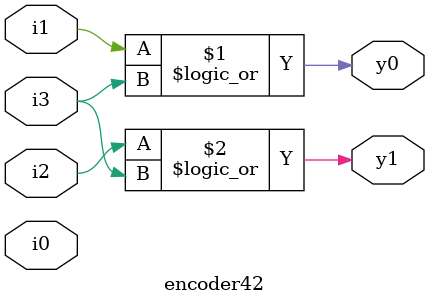
<source format=sv>
module encoder42(

	input i0, i1, i2, i3,
  	output y0, y1
  
);
  
  assign y0 = i1 || i3;
  assign y1 = i2 || i3;
  
endmodule
</source>
